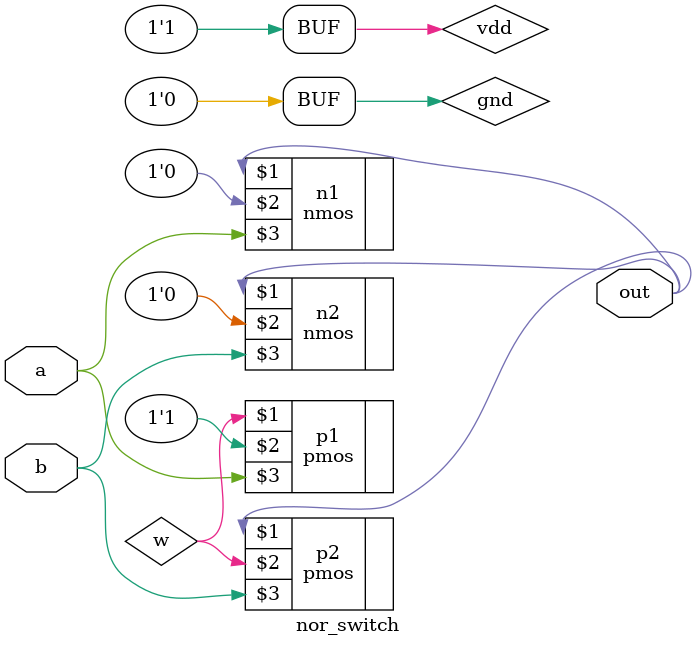
<source format=v>
module nor_switch(
  input a, b,
  output out);

  supply0 gnd;  
  supply1 vdd;   
  wire w;

  pmos p1(w, vdd, a);
  pmos p2(out, w, b);
  nmos n1(out, gnd, a);
  nmos n2(out, gnd, b);

endmodule


</source>
